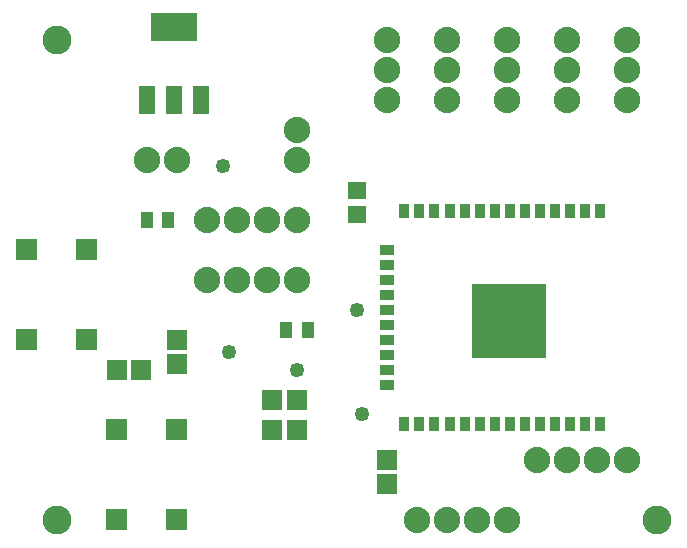
<source format=gts>
G04 MADE WITH FRITZING*
G04 WWW.FRITZING.ORG*
G04 DOUBLE SIDED*
G04 HOLES PLATED*
G04 CONTOUR ON CENTER OF CONTOUR VECTOR*
%ASAXBY*%
%FSLAX23Y23*%
%MOIN*%
%OFA0B0*%
%SFA1.0B1.0*%
%ADD10C,0.088000*%
%ADD11C,0.069370*%
%ADD12C,0.049370*%
%ADD13C,0.096614*%
%ADD14R,0.033625X0.049361*%
%ADD15R,0.033611X0.049361*%
%ADD16R,0.033570X0.049361*%
%ADD17R,0.033597X0.049361*%
%ADD18R,0.033639X0.049361*%
%ADD19R,0.033681X0.049361*%
%ADD20R,0.033667X0.049361*%
%ADD21R,0.033653X0.049361*%
%ADD22R,0.049361X0.033639*%
%ADD23R,0.049361X0.033625*%
%ADD24R,0.049361X0.033611*%
%ADD25R,0.049361X0.033653*%
%ADD26R,0.033708X0.049361*%
%ADD27R,0.246972X0.246959*%
%ADD28R,0.041496X0.057244*%
%ADD29R,0.058000X0.098000*%
%ADD30R,0.151732X0.096614*%
%ADD31R,0.065118X0.069055*%
%ADD32R,0.069055X0.065118*%
%ADD33C,0.010000*%
%ADD34R,0.001000X0.001000*%
%LNMASK1*%
G90*
G70*
G54D10*
X502Y1392D03*
X602Y1392D03*
X702Y992D03*
X802Y992D03*
X902Y992D03*
X1002Y992D03*
X702Y1192D03*
X802Y1192D03*
X902Y1192D03*
X1002Y1192D03*
G54D11*
X102Y792D03*
X102Y1092D03*
X302Y792D03*
X302Y1092D03*
X102Y792D03*
X102Y1092D03*
X302Y792D03*
X302Y1092D03*
X602Y492D03*
X602Y192D03*
X402Y492D03*
X402Y192D03*
X602Y492D03*
X602Y192D03*
X402Y492D03*
X402Y192D03*
G54D10*
X1802Y392D03*
X1902Y392D03*
X2002Y392D03*
X2102Y392D03*
X1702Y192D03*
X1602Y192D03*
X1502Y192D03*
X1402Y192D03*
X2102Y1592D03*
X2102Y1692D03*
X2102Y1792D03*
X1302Y1592D03*
X1302Y1692D03*
X1302Y1792D03*
X1702Y1592D03*
X1702Y1692D03*
X1702Y1792D03*
X1902Y1592D03*
X1902Y1692D03*
X1902Y1792D03*
X1502Y1592D03*
X1502Y1692D03*
X1502Y1792D03*
X1002Y1392D03*
X1002Y1492D03*
G54D12*
X757Y1374D03*
X1203Y893D03*
X1220Y548D03*
X1002Y692D03*
X777Y754D03*
G54D13*
X202Y192D03*
X202Y1792D03*
X2202Y192D03*
G54D14*
X2013Y1223D03*
G54D15*
X1963Y1223D03*
X1913Y1223D03*
G54D14*
X1863Y1223D03*
G54D16*
X1812Y1223D03*
G54D15*
X1762Y1223D03*
G54D17*
X1712Y1223D03*
G54D18*
X1662Y1223D03*
G54D19*
X1612Y1223D03*
G54D20*
X1562Y1223D03*
G54D21*
X1512Y1223D03*
X1461Y1223D03*
G54D18*
X1411Y1223D03*
G54D17*
X1361Y1223D03*
G54D22*
X1302Y1093D03*
X1302Y1043D03*
X1302Y993D03*
G54D23*
X1302Y943D03*
G54D24*
X1302Y892D03*
G54D22*
X1302Y842D03*
G54D25*
X1302Y792D03*
G54D22*
X1302Y742D03*
G54D25*
X1302Y692D03*
X1302Y642D03*
G54D17*
X1361Y512D03*
G54D18*
X1411Y512D03*
G54D21*
X1461Y512D03*
X1512Y512D03*
G54D20*
X1562Y512D03*
G54D26*
X1612Y512D03*
G54D18*
X1662Y512D03*
G54D17*
X1712Y512D03*
G54D15*
X1762Y512D03*
G54D17*
X1812Y512D03*
G54D14*
X1863Y512D03*
G54D18*
X1913Y512D03*
G54D15*
X1963Y512D03*
G54D21*
X2013Y512D03*
G54D27*
X1711Y856D03*
G54D28*
X502Y1192D03*
X573Y1192D03*
G54D29*
X502Y1592D03*
X593Y1592D03*
X684Y1592D03*
G54D30*
X593Y1836D03*
G54D31*
X1002Y492D03*
X921Y492D03*
X1002Y592D03*
X921Y592D03*
X402Y692D03*
X483Y692D03*
G54D28*
X967Y828D03*
X1038Y828D03*
G54D32*
X1302Y392D03*
X1302Y312D03*
X602Y792D03*
X602Y712D03*
G54D33*
G36*
X1232Y1265D02*
X1173Y1265D01*
X1173Y1320D01*
X1232Y1320D01*
X1232Y1265D01*
G37*
D02*
G36*
X1232Y1184D02*
X1173Y1184D01*
X1173Y1239D01*
X1232Y1239D01*
X1232Y1184D01*
G37*
D02*
G54D34*
X68Y1128D02*
X136Y1128D01*
X268Y1128D02*
X336Y1128D01*
X68Y1127D02*
X136Y1127D01*
X267Y1127D02*
X336Y1127D01*
X68Y1126D02*
X136Y1126D01*
X267Y1126D02*
X336Y1126D01*
X68Y1125D02*
X136Y1125D01*
X267Y1125D02*
X336Y1125D01*
X68Y1124D02*
X136Y1124D01*
X267Y1124D02*
X336Y1124D01*
X68Y1123D02*
X136Y1123D01*
X267Y1123D02*
X336Y1123D01*
X68Y1122D02*
X136Y1122D01*
X267Y1122D02*
X336Y1122D01*
X68Y1121D02*
X136Y1121D01*
X267Y1121D02*
X336Y1121D01*
X68Y1120D02*
X136Y1120D01*
X267Y1120D02*
X336Y1120D01*
X68Y1119D02*
X136Y1119D01*
X267Y1119D02*
X336Y1119D01*
X68Y1118D02*
X136Y1118D01*
X267Y1118D02*
X336Y1118D01*
X68Y1117D02*
X136Y1117D01*
X267Y1117D02*
X336Y1117D01*
X68Y1116D02*
X136Y1116D01*
X267Y1116D02*
X336Y1116D01*
X68Y1115D02*
X136Y1115D01*
X267Y1115D02*
X336Y1115D01*
X68Y1114D02*
X136Y1114D01*
X267Y1114D02*
X336Y1114D01*
X68Y1113D02*
X136Y1113D01*
X267Y1113D02*
X336Y1113D01*
X68Y1112D02*
X136Y1112D01*
X267Y1112D02*
X336Y1112D01*
X68Y1111D02*
X136Y1111D01*
X267Y1111D02*
X336Y1111D01*
X68Y1110D02*
X136Y1110D01*
X267Y1110D02*
X336Y1110D01*
X68Y1109D02*
X136Y1109D01*
X267Y1109D02*
X336Y1109D01*
X68Y1108D02*
X99Y1108D01*
X105Y1108D02*
X136Y1108D01*
X267Y1108D02*
X299Y1108D01*
X305Y1108D02*
X336Y1108D01*
X68Y1107D02*
X95Y1107D01*
X108Y1107D02*
X136Y1107D01*
X267Y1107D02*
X295Y1107D01*
X308Y1107D02*
X336Y1107D01*
X68Y1106D02*
X93Y1106D01*
X110Y1106D02*
X136Y1106D01*
X267Y1106D02*
X293Y1106D01*
X310Y1106D02*
X336Y1106D01*
X68Y1105D02*
X92Y1105D01*
X111Y1105D02*
X136Y1105D01*
X267Y1105D02*
X292Y1105D01*
X311Y1105D02*
X336Y1105D01*
X68Y1104D02*
X91Y1104D01*
X112Y1104D02*
X136Y1104D01*
X267Y1104D02*
X291Y1104D01*
X312Y1104D02*
X336Y1104D01*
X68Y1103D02*
X90Y1103D01*
X113Y1103D02*
X136Y1103D01*
X267Y1103D02*
X290Y1103D01*
X313Y1103D02*
X336Y1103D01*
X68Y1102D02*
X89Y1102D01*
X114Y1102D02*
X136Y1102D01*
X267Y1102D02*
X289Y1102D01*
X314Y1102D02*
X336Y1102D01*
X68Y1101D02*
X89Y1101D01*
X115Y1101D02*
X136Y1101D01*
X267Y1101D02*
X289Y1101D01*
X315Y1101D02*
X336Y1101D01*
X68Y1100D02*
X88Y1100D01*
X115Y1100D02*
X136Y1100D01*
X267Y1100D02*
X288Y1100D01*
X315Y1100D02*
X336Y1100D01*
X68Y1099D02*
X88Y1099D01*
X116Y1099D02*
X136Y1099D01*
X267Y1099D02*
X287Y1099D01*
X316Y1099D02*
X336Y1099D01*
X68Y1098D02*
X87Y1098D01*
X116Y1098D02*
X136Y1098D01*
X267Y1098D02*
X287Y1098D01*
X316Y1098D02*
X336Y1098D01*
X68Y1097D02*
X87Y1097D01*
X116Y1097D02*
X136Y1097D01*
X267Y1097D02*
X287Y1097D01*
X316Y1097D02*
X336Y1097D01*
X68Y1096D02*
X87Y1096D01*
X117Y1096D02*
X136Y1096D01*
X267Y1096D02*
X287Y1096D01*
X317Y1096D02*
X336Y1096D01*
X68Y1095D02*
X87Y1095D01*
X117Y1095D02*
X136Y1095D01*
X267Y1095D02*
X287Y1095D01*
X317Y1095D02*
X336Y1095D01*
X68Y1094D02*
X87Y1094D01*
X117Y1094D02*
X136Y1094D01*
X267Y1094D02*
X287Y1094D01*
X317Y1094D02*
X336Y1094D01*
X68Y1093D02*
X87Y1093D01*
X117Y1093D02*
X136Y1093D01*
X267Y1093D02*
X287Y1093D01*
X317Y1093D02*
X336Y1093D01*
X68Y1092D02*
X87Y1092D01*
X117Y1092D02*
X136Y1092D01*
X267Y1092D02*
X287Y1092D01*
X317Y1092D02*
X336Y1092D01*
X68Y1091D02*
X87Y1091D01*
X117Y1091D02*
X136Y1091D01*
X267Y1091D02*
X287Y1091D01*
X317Y1091D02*
X336Y1091D01*
X68Y1090D02*
X87Y1090D01*
X116Y1090D02*
X136Y1090D01*
X267Y1090D02*
X287Y1090D01*
X316Y1090D02*
X336Y1090D01*
X68Y1089D02*
X87Y1089D01*
X116Y1089D02*
X136Y1089D01*
X267Y1089D02*
X287Y1089D01*
X316Y1089D02*
X336Y1089D01*
X68Y1088D02*
X88Y1088D01*
X116Y1088D02*
X136Y1088D01*
X267Y1088D02*
X288Y1088D01*
X316Y1088D02*
X336Y1088D01*
X68Y1087D02*
X88Y1087D01*
X115Y1087D02*
X136Y1087D01*
X267Y1087D02*
X288Y1087D01*
X315Y1087D02*
X336Y1087D01*
X68Y1086D02*
X89Y1086D01*
X115Y1086D02*
X136Y1086D01*
X267Y1086D02*
X289Y1086D01*
X315Y1086D02*
X336Y1086D01*
X68Y1085D02*
X89Y1085D01*
X114Y1085D02*
X136Y1085D01*
X267Y1085D02*
X289Y1085D01*
X314Y1085D02*
X336Y1085D01*
X68Y1084D02*
X90Y1084D01*
X113Y1084D02*
X136Y1084D01*
X267Y1084D02*
X290Y1084D01*
X313Y1084D02*
X336Y1084D01*
X68Y1083D02*
X91Y1083D01*
X112Y1083D02*
X136Y1083D01*
X267Y1083D02*
X291Y1083D01*
X312Y1083D02*
X336Y1083D01*
X68Y1082D02*
X92Y1082D01*
X111Y1082D02*
X136Y1082D01*
X267Y1082D02*
X292Y1082D01*
X311Y1082D02*
X336Y1082D01*
X68Y1081D02*
X94Y1081D01*
X110Y1081D02*
X136Y1081D01*
X267Y1081D02*
X293Y1081D01*
X310Y1081D02*
X336Y1081D01*
X68Y1080D02*
X95Y1080D01*
X108Y1080D02*
X136Y1080D01*
X267Y1080D02*
X295Y1080D01*
X308Y1080D02*
X336Y1080D01*
X68Y1079D02*
X99Y1079D01*
X104Y1079D02*
X136Y1079D01*
X267Y1079D02*
X299Y1079D01*
X304Y1079D02*
X336Y1079D01*
X68Y1078D02*
X136Y1078D01*
X267Y1078D02*
X336Y1078D01*
X68Y1077D02*
X136Y1077D01*
X267Y1077D02*
X336Y1077D01*
X68Y1076D02*
X136Y1076D01*
X267Y1076D02*
X336Y1076D01*
X68Y1075D02*
X136Y1075D01*
X267Y1075D02*
X336Y1075D01*
X68Y1074D02*
X136Y1074D01*
X267Y1074D02*
X336Y1074D01*
X68Y1073D02*
X136Y1073D01*
X267Y1073D02*
X336Y1073D01*
X68Y1072D02*
X136Y1072D01*
X267Y1072D02*
X336Y1072D01*
X68Y1071D02*
X136Y1071D01*
X267Y1071D02*
X336Y1071D01*
X68Y1070D02*
X136Y1070D01*
X267Y1070D02*
X336Y1070D01*
X68Y1069D02*
X136Y1069D01*
X267Y1069D02*
X336Y1069D01*
X68Y1068D02*
X136Y1068D01*
X267Y1068D02*
X336Y1068D01*
X68Y1067D02*
X136Y1067D01*
X267Y1067D02*
X336Y1067D01*
X68Y1066D02*
X136Y1066D01*
X267Y1066D02*
X336Y1066D01*
X68Y1065D02*
X136Y1065D01*
X267Y1065D02*
X336Y1065D01*
X68Y1064D02*
X136Y1064D01*
X267Y1064D02*
X336Y1064D01*
X68Y1063D02*
X136Y1063D01*
X267Y1063D02*
X336Y1063D01*
X68Y1062D02*
X136Y1062D01*
X267Y1062D02*
X336Y1062D01*
X68Y1061D02*
X136Y1061D01*
X267Y1061D02*
X336Y1061D01*
X68Y1060D02*
X136Y1060D01*
X267Y1060D02*
X336Y1060D01*
X68Y1059D02*
X136Y1059D01*
X268Y1059D02*
X336Y1059D01*
X68Y828D02*
X136Y828D01*
X268Y828D02*
X336Y828D01*
X68Y827D02*
X136Y827D01*
X267Y827D02*
X336Y827D01*
X68Y826D02*
X136Y826D01*
X267Y826D02*
X336Y826D01*
X68Y825D02*
X136Y825D01*
X267Y825D02*
X336Y825D01*
X68Y824D02*
X136Y824D01*
X267Y824D02*
X336Y824D01*
X68Y823D02*
X136Y823D01*
X267Y823D02*
X336Y823D01*
X68Y822D02*
X136Y822D01*
X267Y822D02*
X336Y822D01*
X68Y821D02*
X136Y821D01*
X267Y821D02*
X336Y821D01*
X68Y820D02*
X136Y820D01*
X267Y820D02*
X336Y820D01*
X68Y819D02*
X136Y819D01*
X267Y819D02*
X336Y819D01*
X68Y818D02*
X136Y818D01*
X267Y818D02*
X336Y818D01*
X68Y817D02*
X136Y817D01*
X267Y817D02*
X336Y817D01*
X68Y816D02*
X136Y816D01*
X267Y816D02*
X336Y816D01*
X68Y815D02*
X136Y815D01*
X267Y815D02*
X336Y815D01*
X68Y814D02*
X136Y814D01*
X267Y814D02*
X336Y814D01*
X68Y813D02*
X136Y813D01*
X267Y813D02*
X336Y813D01*
X68Y812D02*
X136Y812D01*
X267Y812D02*
X336Y812D01*
X68Y811D02*
X136Y811D01*
X267Y811D02*
X336Y811D01*
X68Y810D02*
X136Y810D01*
X267Y810D02*
X336Y810D01*
X68Y809D02*
X136Y809D01*
X267Y809D02*
X336Y809D01*
X68Y808D02*
X98Y808D01*
X105Y808D02*
X136Y808D01*
X267Y808D02*
X298Y808D01*
X305Y808D02*
X336Y808D01*
X68Y807D02*
X95Y807D01*
X108Y807D02*
X136Y807D01*
X267Y807D02*
X295Y807D01*
X308Y807D02*
X336Y807D01*
X68Y806D02*
X93Y806D01*
X110Y806D02*
X136Y806D01*
X267Y806D02*
X293Y806D01*
X310Y806D02*
X336Y806D01*
X68Y805D02*
X92Y805D01*
X111Y805D02*
X136Y805D01*
X267Y805D02*
X292Y805D01*
X311Y805D02*
X336Y805D01*
X68Y804D02*
X91Y804D01*
X113Y804D02*
X136Y804D01*
X267Y804D02*
X291Y804D01*
X313Y804D02*
X336Y804D01*
X68Y803D02*
X90Y803D01*
X113Y803D02*
X136Y803D01*
X267Y803D02*
X290Y803D01*
X313Y803D02*
X336Y803D01*
X68Y802D02*
X89Y802D01*
X114Y802D02*
X136Y802D01*
X267Y802D02*
X289Y802D01*
X314Y802D02*
X336Y802D01*
X68Y801D02*
X88Y801D01*
X115Y801D02*
X136Y801D01*
X267Y801D02*
X288Y801D01*
X315Y801D02*
X336Y801D01*
X68Y800D02*
X88Y800D01*
X115Y800D02*
X136Y800D01*
X267Y800D02*
X288Y800D01*
X315Y800D02*
X336Y800D01*
X68Y799D02*
X87Y799D01*
X116Y799D02*
X136Y799D01*
X267Y799D02*
X287Y799D01*
X316Y799D02*
X336Y799D01*
X68Y798D02*
X87Y798D01*
X116Y798D02*
X136Y798D01*
X267Y798D02*
X287Y798D01*
X316Y798D02*
X336Y798D01*
X68Y797D02*
X87Y797D01*
X117Y797D02*
X136Y797D01*
X267Y797D02*
X287Y797D01*
X317Y797D02*
X336Y797D01*
X68Y796D02*
X87Y796D01*
X117Y796D02*
X136Y796D01*
X267Y796D02*
X287Y796D01*
X317Y796D02*
X336Y796D01*
X68Y795D02*
X87Y795D01*
X117Y795D02*
X136Y795D01*
X267Y795D02*
X287Y795D01*
X317Y795D02*
X336Y795D01*
X68Y794D02*
X87Y794D01*
X117Y794D02*
X136Y794D01*
X267Y794D02*
X287Y794D01*
X317Y794D02*
X336Y794D01*
X68Y793D02*
X87Y793D01*
X117Y793D02*
X136Y793D01*
X267Y793D02*
X287Y793D01*
X317Y793D02*
X336Y793D01*
X68Y792D02*
X87Y792D01*
X117Y792D02*
X136Y792D01*
X267Y792D02*
X287Y792D01*
X317Y792D02*
X336Y792D01*
X68Y791D02*
X87Y791D01*
X117Y791D02*
X136Y791D01*
X267Y791D02*
X287Y791D01*
X317Y791D02*
X336Y791D01*
X68Y790D02*
X87Y790D01*
X116Y790D02*
X136Y790D01*
X267Y790D02*
X287Y790D01*
X316Y790D02*
X336Y790D01*
X68Y789D02*
X87Y789D01*
X116Y789D02*
X136Y789D01*
X267Y789D02*
X287Y789D01*
X316Y789D02*
X336Y789D01*
X68Y788D02*
X88Y788D01*
X116Y788D02*
X136Y788D01*
X267Y788D02*
X288Y788D01*
X316Y788D02*
X336Y788D01*
X68Y787D02*
X88Y787D01*
X115Y787D02*
X136Y787D01*
X267Y787D02*
X288Y787D01*
X315Y787D02*
X336Y787D01*
X68Y786D02*
X89Y786D01*
X115Y786D02*
X136Y786D01*
X267Y786D02*
X289Y786D01*
X315Y786D02*
X336Y786D01*
X68Y785D02*
X89Y785D01*
X114Y785D02*
X136Y785D01*
X267Y785D02*
X289Y785D01*
X314Y785D02*
X336Y785D01*
X68Y784D02*
X90Y784D01*
X113Y784D02*
X136Y784D01*
X267Y784D02*
X290Y784D01*
X313Y784D02*
X336Y784D01*
X68Y783D02*
X91Y783D01*
X112Y783D02*
X136Y783D01*
X267Y783D02*
X291Y783D01*
X312Y783D02*
X336Y783D01*
X68Y782D02*
X92Y782D01*
X111Y782D02*
X136Y782D01*
X267Y782D02*
X292Y782D01*
X311Y782D02*
X336Y782D01*
X68Y781D02*
X94Y781D01*
X110Y781D02*
X136Y781D01*
X267Y781D02*
X294Y781D01*
X310Y781D02*
X336Y781D01*
X68Y780D02*
X96Y780D01*
X108Y780D02*
X136Y780D01*
X267Y780D02*
X296Y780D01*
X308Y780D02*
X336Y780D01*
X68Y779D02*
X101Y779D01*
X103Y779D02*
X136Y779D01*
X267Y779D02*
X301Y779D01*
X303Y779D02*
X336Y779D01*
X68Y778D02*
X136Y778D01*
X267Y778D02*
X336Y778D01*
X68Y777D02*
X136Y777D01*
X267Y777D02*
X336Y777D01*
X68Y776D02*
X136Y776D01*
X267Y776D02*
X336Y776D01*
X68Y775D02*
X136Y775D01*
X267Y775D02*
X336Y775D01*
X68Y774D02*
X136Y774D01*
X267Y774D02*
X336Y774D01*
X68Y773D02*
X136Y773D01*
X267Y773D02*
X336Y773D01*
X68Y772D02*
X136Y772D01*
X267Y772D02*
X336Y772D01*
X68Y771D02*
X136Y771D01*
X267Y771D02*
X336Y771D01*
X68Y770D02*
X136Y770D01*
X267Y770D02*
X336Y770D01*
X68Y769D02*
X136Y769D01*
X267Y769D02*
X336Y769D01*
X68Y768D02*
X136Y768D01*
X267Y768D02*
X336Y768D01*
X68Y767D02*
X136Y767D01*
X267Y767D02*
X336Y767D01*
X68Y766D02*
X136Y766D01*
X267Y766D02*
X336Y766D01*
X68Y765D02*
X136Y765D01*
X267Y765D02*
X336Y765D01*
X68Y764D02*
X136Y764D01*
X267Y764D02*
X336Y764D01*
X68Y763D02*
X136Y763D01*
X267Y763D02*
X336Y763D01*
X68Y762D02*
X136Y762D01*
X267Y762D02*
X336Y762D01*
X68Y761D02*
X136Y761D01*
X267Y761D02*
X336Y761D01*
X68Y760D02*
X136Y760D01*
X267Y760D02*
X336Y760D01*
X68Y759D02*
X135Y759D01*
X268Y759D02*
X335Y759D01*
X368Y528D02*
X436Y528D01*
X568Y528D02*
X636Y528D01*
X367Y527D02*
X436Y527D01*
X567Y527D02*
X636Y527D01*
X367Y526D02*
X436Y526D01*
X567Y526D02*
X636Y526D01*
X367Y525D02*
X436Y525D01*
X567Y525D02*
X636Y525D01*
X367Y524D02*
X436Y524D01*
X567Y524D02*
X636Y524D01*
X367Y523D02*
X436Y523D01*
X567Y523D02*
X636Y523D01*
X367Y522D02*
X436Y522D01*
X567Y522D02*
X636Y522D01*
X367Y521D02*
X436Y521D01*
X567Y521D02*
X636Y521D01*
X367Y520D02*
X436Y520D01*
X567Y520D02*
X636Y520D01*
X367Y519D02*
X436Y519D01*
X567Y519D02*
X636Y519D01*
X367Y518D02*
X436Y518D01*
X567Y518D02*
X636Y518D01*
X367Y517D02*
X436Y517D01*
X567Y517D02*
X636Y517D01*
X367Y516D02*
X436Y516D01*
X567Y516D02*
X636Y516D01*
X367Y515D02*
X436Y515D01*
X567Y515D02*
X636Y515D01*
X367Y514D02*
X436Y514D01*
X567Y514D02*
X636Y514D01*
X367Y513D02*
X436Y513D01*
X567Y513D02*
X636Y513D01*
X367Y512D02*
X436Y512D01*
X567Y512D02*
X636Y512D01*
X367Y511D02*
X436Y511D01*
X567Y511D02*
X636Y511D01*
X367Y510D02*
X436Y510D01*
X567Y510D02*
X636Y510D01*
X367Y509D02*
X436Y509D01*
X567Y509D02*
X636Y509D01*
X367Y508D02*
X398Y508D01*
X406Y508D02*
X436Y508D01*
X567Y508D02*
X598Y508D01*
X606Y508D02*
X636Y508D01*
X367Y507D02*
X395Y507D01*
X409Y507D02*
X436Y507D01*
X567Y507D02*
X595Y507D01*
X609Y507D02*
X636Y507D01*
X367Y506D02*
X393Y506D01*
X410Y506D02*
X436Y506D01*
X567Y506D02*
X593Y506D01*
X610Y506D02*
X636Y506D01*
X367Y505D02*
X392Y505D01*
X412Y505D02*
X436Y505D01*
X567Y505D02*
X592Y505D01*
X612Y505D02*
X636Y505D01*
X367Y504D02*
X391Y504D01*
X413Y504D02*
X436Y504D01*
X567Y504D02*
X591Y504D01*
X613Y504D02*
X636Y504D01*
X367Y503D02*
X390Y503D01*
X414Y503D02*
X436Y503D01*
X567Y503D02*
X590Y503D01*
X614Y503D02*
X636Y503D01*
X367Y502D02*
X389Y502D01*
X414Y502D02*
X436Y502D01*
X567Y502D02*
X589Y502D01*
X614Y502D02*
X636Y502D01*
X367Y501D02*
X388Y501D01*
X415Y501D02*
X436Y501D01*
X567Y501D02*
X588Y501D01*
X615Y501D02*
X636Y501D01*
X367Y500D02*
X388Y500D01*
X416Y500D02*
X436Y500D01*
X567Y500D02*
X588Y500D01*
X615Y500D02*
X636Y500D01*
X367Y499D02*
X387Y499D01*
X416Y499D02*
X436Y499D01*
X567Y499D02*
X587Y499D01*
X616Y499D02*
X636Y499D01*
X367Y498D02*
X387Y498D01*
X416Y498D02*
X436Y498D01*
X567Y498D02*
X587Y498D01*
X616Y498D02*
X636Y498D01*
X367Y497D02*
X387Y497D01*
X417Y497D02*
X436Y497D01*
X567Y497D02*
X587Y497D01*
X617Y497D02*
X636Y497D01*
X367Y496D02*
X387Y496D01*
X417Y496D02*
X436Y496D01*
X567Y496D02*
X587Y496D01*
X617Y496D02*
X636Y496D01*
X367Y495D02*
X387Y495D01*
X417Y495D02*
X436Y495D01*
X567Y495D02*
X587Y495D01*
X617Y495D02*
X636Y495D01*
X367Y494D02*
X387Y494D01*
X417Y494D02*
X436Y494D01*
X567Y494D02*
X586Y494D01*
X617Y494D02*
X636Y494D01*
X367Y493D02*
X387Y493D01*
X417Y493D02*
X436Y493D01*
X567Y493D02*
X587Y493D01*
X617Y493D02*
X636Y493D01*
X367Y492D02*
X387Y492D01*
X417Y492D02*
X436Y492D01*
X567Y492D02*
X587Y492D01*
X617Y492D02*
X636Y492D01*
X367Y491D02*
X387Y491D01*
X417Y491D02*
X436Y491D01*
X567Y491D02*
X587Y491D01*
X617Y491D02*
X636Y491D01*
X367Y490D02*
X387Y490D01*
X416Y490D02*
X436Y490D01*
X567Y490D02*
X587Y490D01*
X616Y490D02*
X636Y490D01*
X367Y489D02*
X387Y489D01*
X416Y489D02*
X436Y489D01*
X567Y489D02*
X587Y489D01*
X616Y489D02*
X636Y489D01*
X367Y488D02*
X388Y488D01*
X416Y488D02*
X436Y488D01*
X567Y488D02*
X588Y488D01*
X616Y488D02*
X636Y488D01*
X367Y487D02*
X388Y487D01*
X415Y487D02*
X436Y487D01*
X567Y487D02*
X588Y487D01*
X615Y487D02*
X636Y487D01*
X367Y486D02*
X389Y486D01*
X415Y486D02*
X436Y486D01*
X567Y486D02*
X589Y486D01*
X615Y486D02*
X636Y486D01*
X367Y485D02*
X389Y485D01*
X414Y485D02*
X436Y485D01*
X567Y485D02*
X589Y485D01*
X614Y485D02*
X636Y485D01*
X367Y484D02*
X390Y484D01*
X413Y484D02*
X436Y484D01*
X567Y484D02*
X590Y484D01*
X613Y484D02*
X636Y484D01*
X367Y483D02*
X391Y483D01*
X412Y483D02*
X436Y483D01*
X567Y483D02*
X591Y483D01*
X612Y483D02*
X636Y483D01*
X367Y482D02*
X392Y482D01*
X411Y482D02*
X436Y482D01*
X567Y482D02*
X592Y482D01*
X611Y482D02*
X636Y482D01*
X367Y481D02*
X394Y481D01*
X409Y481D02*
X436Y481D01*
X567Y481D02*
X594Y481D01*
X609Y481D02*
X636Y481D01*
X367Y480D02*
X396Y480D01*
X407Y480D02*
X436Y480D01*
X567Y480D02*
X596Y480D01*
X607Y480D02*
X636Y480D01*
X367Y479D02*
X436Y479D01*
X567Y479D02*
X636Y479D01*
X367Y478D02*
X436Y478D01*
X567Y478D02*
X636Y478D01*
X367Y477D02*
X436Y477D01*
X567Y477D02*
X636Y477D01*
X367Y476D02*
X436Y476D01*
X567Y476D02*
X636Y476D01*
X367Y475D02*
X436Y475D01*
X567Y475D02*
X636Y475D01*
X367Y474D02*
X436Y474D01*
X567Y474D02*
X636Y474D01*
X367Y473D02*
X436Y473D01*
X567Y473D02*
X636Y473D01*
X367Y472D02*
X436Y472D01*
X567Y472D02*
X636Y472D01*
X367Y471D02*
X436Y471D01*
X567Y471D02*
X636Y471D01*
X367Y470D02*
X436Y470D01*
X567Y470D02*
X636Y470D01*
X367Y469D02*
X436Y469D01*
X567Y469D02*
X636Y469D01*
X367Y468D02*
X436Y468D01*
X567Y468D02*
X636Y468D01*
X367Y467D02*
X436Y467D01*
X567Y467D02*
X636Y467D01*
X367Y466D02*
X436Y466D01*
X567Y466D02*
X636Y466D01*
X367Y465D02*
X436Y465D01*
X567Y465D02*
X636Y465D01*
X367Y464D02*
X436Y464D01*
X567Y464D02*
X636Y464D01*
X367Y463D02*
X436Y463D01*
X567Y463D02*
X636Y463D01*
X367Y462D02*
X436Y462D01*
X567Y462D02*
X636Y462D01*
X367Y461D02*
X436Y461D01*
X567Y461D02*
X636Y461D01*
X367Y460D02*
X436Y460D01*
X567Y460D02*
X636Y460D01*
X367Y228D02*
X436Y228D01*
X567Y228D02*
X636Y228D01*
X367Y227D02*
X436Y227D01*
X567Y227D02*
X636Y227D01*
X367Y226D02*
X436Y226D01*
X567Y226D02*
X636Y226D01*
X367Y225D02*
X436Y225D01*
X567Y225D02*
X636Y225D01*
X367Y224D02*
X436Y224D01*
X567Y224D02*
X636Y224D01*
X367Y223D02*
X436Y223D01*
X567Y223D02*
X636Y223D01*
X367Y222D02*
X436Y222D01*
X567Y222D02*
X636Y222D01*
X367Y221D02*
X436Y221D01*
X567Y221D02*
X636Y221D01*
X367Y220D02*
X436Y220D01*
X567Y220D02*
X636Y220D01*
X367Y219D02*
X436Y219D01*
X567Y219D02*
X636Y219D01*
X367Y218D02*
X436Y218D01*
X567Y218D02*
X636Y218D01*
X367Y217D02*
X436Y217D01*
X567Y217D02*
X636Y217D01*
X367Y216D02*
X436Y216D01*
X567Y216D02*
X636Y216D01*
X367Y215D02*
X436Y215D01*
X567Y215D02*
X636Y215D01*
X367Y214D02*
X436Y214D01*
X567Y214D02*
X636Y214D01*
X367Y213D02*
X436Y213D01*
X567Y213D02*
X636Y213D01*
X367Y212D02*
X436Y212D01*
X567Y212D02*
X636Y212D01*
X367Y211D02*
X436Y211D01*
X567Y211D02*
X636Y211D01*
X367Y210D02*
X436Y210D01*
X567Y210D02*
X636Y210D01*
X367Y209D02*
X436Y209D01*
X567Y209D02*
X636Y209D01*
X367Y208D02*
X397Y208D01*
X406Y208D02*
X436Y208D01*
X567Y208D02*
X597Y208D01*
X606Y208D02*
X636Y208D01*
X367Y207D02*
X395Y207D01*
X409Y207D02*
X436Y207D01*
X567Y207D02*
X595Y207D01*
X609Y207D02*
X636Y207D01*
X367Y206D02*
X393Y206D01*
X410Y206D02*
X436Y206D01*
X567Y206D02*
X593Y206D01*
X610Y206D02*
X636Y206D01*
X367Y205D02*
X392Y205D01*
X412Y205D02*
X436Y205D01*
X567Y205D02*
X592Y205D01*
X612Y205D02*
X636Y205D01*
X367Y204D02*
X391Y204D01*
X413Y204D02*
X436Y204D01*
X567Y204D02*
X591Y204D01*
X613Y204D02*
X636Y204D01*
X367Y203D02*
X390Y203D01*
X414Y203D02*
X436Y203D01*
X567Y203D02*
X590Y203D01*
X614Y203D02*
X636Y203D01*
X367Y202D02*
X389Y202D01*
X414Y202D02*
X436Y202D01*
X567Y202D02*
X589Y202D01*
X614Y202D02*
X636Y202D01*
X367Y201D02*
X388Y201D01*
X415Y201D02*
X436Y201D01*
X567Y201D02*
X588Y201D01*
X615Y201D02*
X636Y201D01*
X367Y200D02*
X388Y200D01*
X416Y200D02*
X436Y200D01*
X567Y200D02*
X588Y200D01*
X616Y200D02*
X636Y200D01*
X367Y199D02*
X387Y199D01*
X416Y199D02*
X436Y199D01*
X567Y199D02*
X587Y199D01*
X616Y199D02*
X636Y199D01*
X367Y198D02*
X387Y198D01*
X416Y198D02*
X436Y198D01*
X567Y198D02*
X587Y198D01*
X616Y198D02*
X636Y198D01*
X367Y197D02*
X387Y197D01*
X417Y197D02*
X436Y197D01*
X567Y197D02*
X587Y197D01*
X617Y197D02*
X636Y197D01*
X367Y196D02*
X387Y196D01*
X417Y196D02*
X436Y196D01*
X567Y196D02*
X587Y196D01*
X617Y196D02*
X636Y196D01*
X367Y195D02*
X387Y195D01*
X417Y195D02*
X436Y195D01*
X567Y195D02*
X587Y195D01*
X617Y195D02*
X636Y195D01*
X367Y194D02*
X387Y194D01*
X417Y194D02*
X436Y194D01*
X567Y194D02*
X586Y194D01*
X617Y194D02*
X636Y194D01*
X367Y193D02*
X387Y193D01*
X417Y193D02*
X436Y193D01*
X567Y193D02*
X587Y193D01*
X617Y193D02*
X636Y193D01*
X367Y192D02*
X387Y192D01*
X417Y192D02*
X436Y192D01*
X567Y192D02*
X587Y192D01*
X617Y192D02*
X636Y192D01*
X367Y191D02*
X387Y191D01*
X417Y191D02*
X436Y191D01*
X567Y191D02*
X587Y191D01*
X617Y191D02*
X636Y191D01*
X367Y190D02*
X387Y190D01*
X416Y190D02*
X436Y190D01*
X567Y190D02*
X587Y190D01*
X616Y190D02*
X636Y190D01*
X367Y189D02*
X387Y189D01*
X416Y189D02*
X436Y189D01*
X567Y189D02*
X587Y189D01*
X616Y189D02*
X636Y189D01*
X367Y188D02*
X388Y188D01*
X416Y188D02*
X436Y188D01*
X567Y188D02*
X588Y188D01*
X616Y188D02*
X636Y188D01*
X367Y187D02*
X388Y187D01*
X415Y187D02*
X436Y187D01*
X567Y187D02*
X588Y187D01*
X615Y187D02*
X636Y187D01*
X367Y186D02*
X389Y186D01*
X415Y186D02*
X436Y186D01*
X567Y186D02*
X589Y186D01*
X615Y186D02*
X636Y186D01*
X367Y185D02*
X390Y185D01*
X414Y185D02*
X436Y185D01*
X567Y185D02*
X590Y185D01*
X614Y185D02*
X636Y185D01*
X367Y184D02*
X390Y184D01*
X413Y184D02*
X436Y184D01*
X567Y184D02*
X590Y184D01*
X613Y184D02*
X636Y184D01*
X367Y183D02*
X391Y183D01*
X412Y183D02*
X436Y183D01*
X567Y183D02*
X591Y183D01*
X612Y183D02*
X636Y183D01*
X367Y182D02*
X393Y182D01*
X411Y182D02*
X436Y182D01*
X567Y182D02*
X593Y182D01*
X611Y182D02*
X636Y182D01*
X367Y181D02*
X394Y181D01*
X409Y181D02*
X436Y181D01*
X567Y181D02*
X594Y181D01*
X609Y181D02*
X636Y181D01*
X367Y180D02*
X396Y180D01*
X407Y180D02*
X436Y180D01*
X567Y180D02*
X596Y180D01*
X607Y180D02*
X636Y180D01*
X367Y179D02*
X436Y179D01*
X567Y179D02*
X636Y179D01*
X367Y178D02*
X436Y178D01*
X567Y178D02*
X636Y178D01*
X367Y177D02*
X436Y177D01*
X567Y177D02*
X636Y177D01*
X367Y176D02*
X436Y176D01*
X567Y176D02*
X636Y176D01*
X367Y175D02*
X436Y175D01*
X567Y175D02*
X636Y175D01*
X367Y174D02*
X436Y174D01*
X567Y174D02*
X636Y174D01*
X367Y173D02*
X436Y173D01*
X567Y173D02*
X636Y173D01*
X367Y172D02*
X436Y172D01*
X567Y172D02*
X636Y172D01*
X367Y171D02*
X436Y171D01*
X567Y171D02*
X636Y171D01*
X367Y170D02*
X436Y170D01*
X567Y170D02*
X636Y170D01*
X367Y169D02*
X436Y169D01*
X567Y169D02*
X636Y169D01*
X367Y168D02*
X436Y168D01*
X567Y168D02*
X636Y168D01*
X367Y167D02*
X436Y167D01*
X567Y167D02*
X636Y167D01*
X367Y166D02*
X436Y166D01*
X567Y166D02*
X636Y166D01*
X367Y165D02*
X436Y165D01*
X567Y165D02*
X636Y165D01*
X367Y164D02*
X436Y164D01*
X567Y164D02*
X636Y164D01*
X367Y163D02*
X436Y163D01*
X567Y163D02*
X636Y163D01*
X367Y162D02*
X436Y162D01*
X567Y162D02*
X636Y162D01*
X367Y161D02*
X436Y161D01*
X567Y161D02*
X636Y161D01*
X367Y160D02*
X436Y160D01*
X567Y160D02*
X636Y160D01*
D02*
G04 End of Mask1*
M02*
</source>
